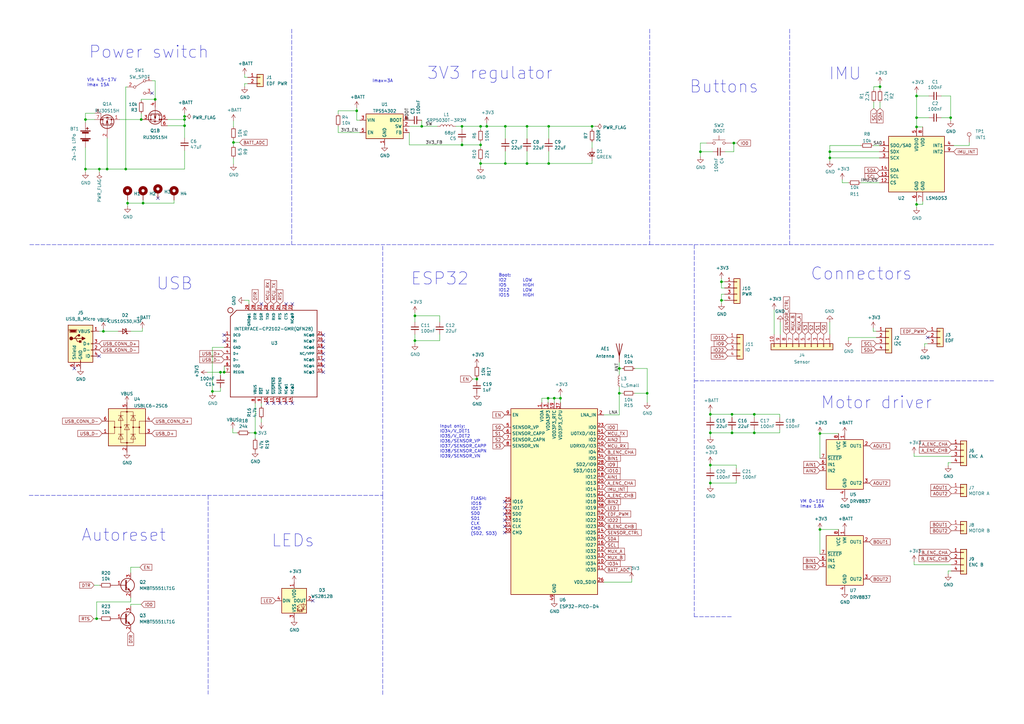
<source format=kicad_sch>
(kicad_sch (version 20211123) (generator eeschema)
  (paper "A3")
  (title_block (title "Kontroller") (date "2021-12-28") (rev "1"))
  (junction (at 199.644 51.816))
  (junction (at 340.36 62.23))
  (junction (at 375.92 48.26))
  (junction (at 254 161.29))
  (junction (at 291.338 169.926))
  (junction (at 63.627 40.767))
  (junction (at 375.92 52.07))
  (junction (at 170.18 139.7))
  (junction (at 90.424 152.654))
  (junction (at 207.264 51.816))
  (junction (at 389.89 48.26))
  (junction (at 291.338 198.12))
  (junction (at 43.942 69.342))
  (junction (at 225.044 67.056))
  (junction (at 254 151.13))
  (junction (at 300.228 169.926))
  (junction (at 57.912 49.022))
  (junction (at 375.92 39.37))
  (junction (at 91.948 152.654))
  (junction (at 340.36 64.77))
  (junction (at 360.934 35.56))
  (junction (at 35.052 49.022))
  (junction (at 207.264 67.056))
  (junction (at 40.767 69.342))
  (junction (at 309.372 169.926))
  (junction (at 224.79 163.322))
  (junction (at 58.674 83.312))
  (junction (at 287.274 62.23))
  (junction (at 197.104 59.436))
  (junction (at 75.692 51.562))
  (junction (at 39.624 253.746))
  (junction (at 291.338 177.546))
  (junction (at 172.974 51.816))
  (junction (at 291.338 190.754))
  (junction (at 216.154 51.816))
  (junction (at 42.418 135.89))
  (junction (at 52.324 83.312))
  (junction (at 336.296 217.17))
  (junction (at 104.648 177.546))
  (junction (at 216.154 67.056))
  (junction (at 195.58 155.448))
  (junction (at 75.692 47.752))
  (junction (at 170.18 129.54))
  (junction (at 300.99 58.674))
  (junction (at 225.044 51.816))
  (junction (at 265.43 161.29))
  (junction (at 375.92 83.82))
  (junction (at 75.692 49.022))
  (junction (at 242.824 51.816))
  (junction (at 146.304 45.466))
  (junction (at 336.296 177.8))
  (junction (at 189.484 51.816))
  (junction (at 295.91 115.57))
  (junction (at 189.484 59.436))
  (junction (at 51.562 69.342))
  (junction (at 295.91 123.19))
  (junction (at 35.052 69.342))
  (junction (at 227.33 163.322))
  (junction (at 197.104 51.816))
  (junction (at 300.228 177.546))
  (junction (at 95.758 58.42))
  (junction (at 309.372 177.546))
  (junction (at 229.87 163.322))
  (junction (at 87.122 160.528))
  (junction (at 197.104 67.056))
  (no_connect (at 117.348 124.714))
  (no_connect (at 107.188 124.714))
  (no_connect (at 119.888 124.714))
  (no_connect (at 112.268 165.354))
  (no_connect (at 91.948 139.954))
  (no_connect (at 91.948 137.414))
  (no_connect (at 128.27 246.38))
  (no_connect (at 62.357 38.227))
  (no_connect (at 64.77 81.28))
  (no_connect (at 109.728 165.354))
  (no_connect (at 380.492 138.43))
  (no_connect (at 114.808 165.354))
  (no_connect (at 30.48 151.13))
  (no_connect (at 207.01 205.74))
  (no_connect (at 207.01 208.28))
  (no_connect (at 207.01 213.36))
  (no_connect (at 207.01 210.82))
  (no_connect (at 207.01 215.9))
  (no_connect (at 207.01 218.44))
  (no_connect (at 40.64 146.05))
  (no_connect (at 117.348 165.354))
  (no_connect (at 119.888 165.354))
  (no_connect (at 132.588 142.494))
  (no_connect (at 132.588 150.114))
  (no_connect (at 132.588 145.034))
  (no_connect (at 132.588 139.954))
  (no_connect (at 132.588 147.574))
  (no_connect (at 132.588 137.414))
  (no_connect (at 132.588 152.654))
  (wire (pts (xy 359.41 138.43) (xy 347.98 138.43)))
  (wire (pts (xy 291.338 198.12) (xy 291.338 199.136)))
  (wire (pts (xy 375.92 83.82) (xy 375.92 85.09)))
  (wire (pts (xy 35.052 46.482) (xy 35.052 49.022)))
  (wire (pts (xy 287.274 62.23) (xy 292.354 62.23)))
  (wire (pts (xy 340.36 64.77) (xy 340.36 66.04)))
  (wire (pts (xy 336.296 177.8) (xy 343.916 177.8)))
  (wire (pts (xy 43.942 69.342) (xy 51.562 69.342)))
  (wire (pts (xy 360.934 41.91) (xy 360.934 44.45)))
  (wire (pts (xy 291.338 171.196) (xy 291.338 169.926)))
  (wire (pts (xy 295.91 123.19) (xy 295.91 124.46)))
  (polyline (pts (xy 12.192 100.33) (xy 119.634 100.33)))
  (wire (pts (xy 75.692 51.562) (xy 75.692 56.642)))
  (wire (pts (xy 358.14 59.69) (xy 360.68 59.69)))
  (wire (pts (xy 336.296 217.17) (xy 343.916 217.17)))
  (wire (pts (xy 378.46 83.82) (xy 378.46 82.55)))
  (wire (pts (xy 297.434 62.23) (xy 300.99 62.23)))
  (wire (pts (xy 195.58 155.448) (xy 195.58 156.21)))
  (wire (pts (xy 287.274 58.674) (xy 289.814 58.674)))
  (wire (pts (xy 242.824 51.816) (xy 244.094 51.816)))
  (polyline (pts (xy 266.446 11.938) (xy 266.446 100.33)))
  (wire (pts (xy 216.154 67.056) (xy 225.044 67.056)))
  (wire (pts (xy 375.92 48.26) (xy 381 48.26)))
  (wire (pts (xy 199.644 50.546) (xy 199.644 51.816)))
  (wire (pts (xy 95.758 58.42) (xy 95.758 59.69)))
  (wire (pts (xy 207.264 67.056) (xy 216.154 67.056)))
  (wire (pts (xy 297.18 120.65) (xy 295.91 120.65)))
  (wire (pts (xy 300.99 58.674) (xy 299.974 58.674)))
  (wire (pts (xy 358.14 135.89) (xy 359.41 135.89)))
  (wire (pts (xy 340.36 62.23) (xy 360.68 62.23)))
  (wire (pts (xy 379.222 142.24) (xy 379.222 140.97)))
  (wire (pts (xy 319.786 169.926) (xy 319.786 171.196)))
  (wire (pts (xy 300.228 171.196) (xy 300.228 169.926)))
  (wire (pts (xy 43.942 56.642) (xy 43.942 69.342)))
  (wire (pts (xy 291.338 190.754) (xy 302.006 190.754)))
  (wire (pts (xy 386.08 48.26) (xy 389.89 48.26)))
  (wire (pts (xy 265.43 151.13) (xy 265.43 161.29)))
  (wire (pts (xy 242.824 58.166) (xy 242.824 60.706)))
  (wire (pts (xy 71.374 83.312) (xy 71.374 82.042)))
  (wire (pts (xy 138.684 54.356) (xy 147.574 54.356)))
  (wire (pts (xy 260.35 161.29) (xy 265.43 161.29)))
  (wire (pts (xy 317.5 127) (xy 317.5 137.16)))
  (wire (pts (xy 189.484 51.816) (xy 197.104 51.816)))
  (wire (pts (xy 345.44 74.93) (xy 347.98 74.93)))
  (wire (pts (xy 291.338 189.992) (xy 291.338 190.754)))
  (wire (pts (xy 302.006 190.754) (xy 302.006 192.024)))
  (wire (pts (xy 295.91 123.19) (xy 297.18 123.19)))
  (wire (pts (xy 309.372 169.926) (xy 309.372 171.196)))
  (wire (pts (xy 51.562 35.687) (xy 52.197 35.687)))
  (wire (pts (xy 287.274 58.674) (xy 287.274 62.23)))
  (wire (pts (xy 375.92 83.82) (xy 378.46 83.82)))
  (wire (pts (xy 100.33 30.48) (xy 100.33 31.75)))
  (wire (pts (xy 167.894 59.436) (xy 167.894 54.356)))
  (wire (pts (xy 197.104 51.816) (xy 199.644 51.816)))
  (wire (pts (xy 300.228 177.546) (xy 291.338 177.546)))
  (wire (pts (xy 309.372 169.926) (xy 319.786 169.926)))
  (wire (pts (xy 291.338 177.546) (xy 291.338 179.07)))
  (wire (pts (xy 390.144 189.738) (xy 388.874 189.738)))
  (wire (pts (xy 197.104 67.056) (xy 197.104 68.326)))
  (wire (pts (xy 295.91 120.65) (xy 295.91 123.19)))
  (wire (pts (xy 391.16 59.69) (xy 397.51 59.69)))
  (wire (pts (xy 101.6 34.29) (xy 100.33 34.29)))
  (wire (pts (xy 345.44 73.66) (xy 345.44 74.93)))
  (wire (pts (xy 180.34 132.08) (xy 180.34 129.54)))
  (wire (pts (xy 193.802 155.448) (xy 195.58 155.448)))
  (polyline (pts (xy 119.634 100.33) (xy 266.446 100.33)))
  (wire (pts (xy 225.044 51.816) (xy 242.824 51.816)))
  (wire (pts (xy 197.104 65.786) (xy 197.104 67.056)))
  (wire (pts (xy 386.08 39.37) (xy 389.89 39.37)))
  (wire (pts (xy 320.04 132.08) (xy 320.04 137.16)))
  (wire (pts (xy 295.91 115.57) (xy 295.91 114.3)))
  (wire (pts (xy 170.18 139.7) (xy 180.34 139.7)))
  (wire (pts (xy 170.18 140.97) (xy 170.18 139.7)))
  (wire (pts (xy 35.052 49.022) (xy 38.862 49.022)))
  (wire (pts (xy 63.627 33.147) (xy 63.627 40.767)))
  (wire (pts (xy 260.35 151.13) (xy 265.43 151.13)))
  (wire (pts (xy 375.92 39.37) (xy 381 39.37)))
  (wire (pts (xy 75.692 46.482) (xy 75.692 47.752)))
  (wire (pts (xy 309.372 176.276) (xy 309.372 177.546)))
  (wire (pts (xy 225.044 67.056) (xy 242.824 67.056)))
  (wire (pts (xy 95.758 49.53) (xy 95.758 52.07)))
  (wire (pts (xy 53.594 248.666) (xy 53.594 247.904)))
  (wire (pts (xy 300.99 62.23) (xy 300.99 58.674)))
  (wire (pts (xy 95.758 58.42) (xy 98.298 58.42)))
  (wire (pts (xy 291.338 168.656) (xy 291.338 169.926)))
  (wire (pts (xy 287.274 62.23) (xy 287.274 64.262)))
  (wire (pts (xy 222.25 163.322) (xy 224.79 163.322)))
  (wire (pts (xy 57.912 41.402) (xy 57.912 40.767)))
  (wire (pts (xy 104.648 165.354) (xy 104.648 177.546)))
  (wire (pts (xy 375.92 39.37) (xy 375.92 48.26)))
  (wire (pts (xy 353.06 59.69) (xy 340.36 59.69)))
  (wire (pts (xy 254 148.59) (xy 254 151.13)))
  (wire (pts (xy 340.36 132.08) (xy 340.36 137.16)))
  (polyline (pts (xy 299.974 252.984) (xy 284.734 252.984)))
  (wire (pts (xy 87.122 142.494) (xy 87.122 160.528)))
  (wire (pts (xy 300.228 176.276) (xy 300.228 177.546)))
  (wire (pts (xy 39.624 246.888) (xy 39.624 253.746)))
  (wire (pts (xy 302.006 198.12) (xy 302.006 197.104)))
  (wire (pts (xy 38.608 240.03) (xy 40.894 240.03)))
  (wire (pts (xy 90.424 152.654) (xy 91.948 152.654)))
  (wire (pts (xy 107.188 165.354) (xy 107.188 166.624)))
  (wire (pts (xy 388.874 189.738) (xy 388.874 191.008)))
  (wire (pts (xy 138.684 46.736) (xy 138.684 45.466)))
  (wire (pts (xy 340.36 59.69) (xy 340.36 62.23)))
  (wire (pts (xy 247.65 170.18) (xy 254 170.18)))
  (wire (pts (xy 229.87 163.322) (xy 229.87 165.1)))
  (wire (pts (xy 38.862 46.482) (xy 35.052 46.482)))
  (polyline (pts (xy 119.634 11.938) (xy 119.634 100.33)))
  (wire (pts (xy 388.874 234.188) (xy 390.144 234.188)))
  (wire (pts (xy 75.692 49.022) (xy 75.692 51.562)))
  (wire (pts (xy 87.122 160.528) (xy 87.122 161.036)))
  (wire (pts (xy 57.912 40.767) (xy 63.627 40.767)))
  (wire (pts (xy 57.912 49.022) (xy 58.547 49.022)))
  (wire (pts (xy 358.14 134.62) (xy 358.14 135.89)))
  (wire (pts (xy 189.484 51.816) (xy 189.484 53.086)))
  (wire (pts (xy 197.104 59.436) (xy 197.104 60.706)))
  (wire (pts (xy 197.104 51.816) (xy 197.104 53.086)))
  (wire (pts (xy 259.08 238.76) (xy 259.08 237.49)))
  (wire (pts (xy 38.354 253.746) (xy 39.624 253.746)))
  (wire (pts (xy 254 161.29) (xy 254 158.75)))
  (wire (pts (xy 53.594 234.95) (xy 53.594 232.664)))
  (wire (pts (xy 95.758 64.77) (xy 95.758 67.31)))
  (wire (pts (xy 291.338 198.12) (xy 302.006 198.12)))
  (wire (pts (xy 75.692 47.752) (xy 75.692 49.022)))
  (wire (pts (xy 42.418 135.89) (xy 48.514 135.89)))
  (wire (pts (xy 207.264 67.056) (xy 207.264 61.976)))
  (wire (pts (xy 68.707 51.562) (xy 75.692 51.562)))
  (wire (pts (xy 40.767 69.342) (xy 40.767 70.612)))
  (wire (pts (xy 388.874 235.458) (xy 388.874 234.188)))
  (wire (pts (xy 91.948 150.114) (xy 91.948 152.654)))
  (wire (pts (xy 85.09 152.654) (xy 90.424 152.654)))
  (wire (pts (xy 102.362 177.546) (xy 104.648 177.546)))
  (wire (pts (xy 247.65 238.76) (xy 259.08 238.76)))
  (wire (pts (xy 138.684 45.466) (xy 146.304 45.466)))
  (wire (pts (xy 35.052 69.342) (xy 35.052 60.452)))
  (polyline (pts (xy 11.938 203.2) (xy 156.972 203.2)))
  (wire (pts (xy 189.484 58.166) (xy 189.484 59.436)))
  (wire (pts (xy 353.06 74.93) (xy 360.68 74.93)))
  (wire (pts (xy 199.644 51.816) (xy 207.264 51.816)))
  (polyline (pts (xy 284.734 252.984) (xy 284.734 100.33)))
  (wire (pts (xy 58.42 135.89) (xy 58.42 134.62)))
  (wire (pts (xy 374.904 187.198) (xy 390.144 187.198)))
  (wire (pts (xy 51.562 35.687) (xy 51.562 69.342)))
  (wire (pts (xy 242.824 53.086) (xy 242.824 51.816)))
  (wire (pts (xy 319.786 177.546) (xy 309.372 177.546)))
  (wire (pts (xy 197.104 58.166) (xy 197.104 59.436)))
  (wire (pts (xy 375.92 38.1) (xy 375.92 39.37)))
  (polyline (pts (xy 284.734 156.21) (xy 407.924 156.21)))
  (wire (pts (xy 52.324 84.582) (xy 52.324 83.312)))
  (wire (pts (xy 242.824 67.056) (xy 242.824 65.786)))
  (wire (pts (xy 170.18 129.54) (xy 170.18 132.08)))
  (wire (pts (xy 87.122 142.494) (xy 91.948 142.494)))
  (wire (pts (xy 254 151.13) (xy 255.27 151.13)))
  (wire (pts (xy 102.108 123.19) (xy 102.108 124.714)))
  (wire (pts (xy 51.562 69.342) (xy 75.692 69.342)))
  (wire (pts (xy 374.904 231.648) (xy 374.904 230.378)))
  (wire (pts (xy 53.594 246.888) (xy 39.624 246.888)))
  (wire (pts (xy 340.36 64.77) (xy 360.68 64.77)))
  (wire (pts (xy 224.79 163.322) (xy 224.79 165.1)))
  (polyline (pts (xy 156.972 203.2) (xy 156.972 100.33)))
  (wire (pts (xy 146.304 49.276) (xy 146.304 45.466)))
  (wire (pts (xy 390.144 231.648) (xy 374.904 231.648)))
  (wire (pts (xy 90.424 159.004) (xy 90.424 160.528)))
  (wire (pts (xy 291.338 169.926) (xy 300.228 169.926)))
  (wire (pts (xy 225.044 61.976) (xy 225.044 67.056)))
  (polyline (pts (xy 156.972 203.2) (xy 156.972 284.988)))
  (wire (pts (xy 90.424 160.528) (xy 87.122 160.528)))
  (wire (pts (xy 254 170.18) (xy 254 161.29)))
  (wire (pts (xy 222.25 163.322) (xy 222.25 165.1)))
  (wire (pts (xy 291.338 177.546) (xy 291.338 176.276)))
  (wire (pts (xy 35.052 69.342) (xy 35.052 70.612)))
  (wire (pts (xy 295.91 115.57) (xy 297.18 115.57)))
  (wire (pts (xy 49.022 49.022) (xy 57.912 49.022)))
  (wire (pts (xy 336.296 177.8) (xy 336.296 187.96)))
  (wire (pts (xy 336.296 217.17) (xy 336.296 227.33)))
  (wire (pts (xy 300.228 169.926) (xy 309.372 169.926)))
  (wire (pts (xy 53.594 232.664) (xy 57.404 232.664)))
  (wire (pts (xy 347.98 138.43) (xy 347.98 139.7)))
  (wire (pts (xy 295.91 118.11) (xy 295.91 115.57)))
  (wire (pts (xy 167.894 51.816) (xy 172.974 51.816)))
  (wire (pts (xy 265.43 161.29) (xy 265.43 165.1)))
  (wire (pts (xy 224.79 163.322) (xy 227.33 163.322)))
  (wire (pts (xy 172.974 49.276) (xy 172.974 51.816)))
  (wire (pts (xy 358.394 36.83) (xy 358.394 35.56)))
  (wire (pts (xy 379.222 140.97) (xy 380.492 140.97)))
  (wire (pts (xy 180.34 137.16) (xy 180.34 139.7)))
  (wire (pts (xy 95.758 57.15) (xy 95.758 58.42)))
  (wire (pts (xy 189.484 59.436) (xy 197.104 59.436)))
  (wire (pts (xy 375.92 52.07) (xy 378.46 52.07)))
  (wire (pts (xy 138.684 51.816) (xy 138.684 54.356)))
  (wire (pts (xy 52.324 83.312) (xy 58.674 83.312)))
  (wire (pts (xy 309.372 177.546) (xy 300.228 177.546)))
  (wire (pts (xy 360.934 35.56) (xy 360.934 36.83)))
  (wire (pts (xy 297.18 118.11) (xy 295.91 118.11)))
  (wire (pts (xy 170.18 129.54) (xy 170.18 128.27)))
  (wire (pts (xy 216.154 51.816) (xy 216.154 56.896)))
  (wire (pts (xy 374.904 185.928) (xy 374.904 187.198)))
  (wire (pts (xy 216.154 51.816) (xy 225.044 51.816)))
  (wire (pts (xy 97.282 177.546) (xy 95.504 177.546)))
  (wire (pts (xy 254 161.29) (xy 255.27 161.29)))
  (wire (pts (xy 389.89 39.37) (xy 389.89 48.26)))
  (wire (pts (xy 40.64 135.89) (xy 42.418 135.89)))
  (wire (pts (xy 170.18 139.7) (xy 170.18 137.16)))
  (wire (pts (xy 291.338 197.104) (xy 291.338 198.12)))
  (wire (pts (xy 319.786 176.276) (xy 319.786 177.546)))
  (wire (pts (xy 40.767 69.342) (xy 35.052 69.342)))
  (wire (pts (xy 40.767 69.342) (xy 43.942 69.342)))
  (wire (pts (xy 100.33 31.75) (xy 101.6 31.75)))
  (wire (pts (xy 207.264 51.816) (xy 207.264 56.896)))
  (wire (pts (xy 375.92 82.55) (xy 375.92 83.82)))
  (polyline (pts (xy 323.85 11.938) (xy 323.85 100.33)))
  (wire (pts (xy 57.912 46.482) (xy 57.912 49.022)))
  (wire (pts (xy 62.357 33.147) (xy 63.627 33.147)))
  (wire (pts (xy 227.33 163.322) (xy 227.33 165.1)))
  (wire (pts (xy 58.674 83.312) (xy 71.374 83.312)))
  (wire (pts (xy 360.934 34.29) (xy 360.934 35.56)))
  (wire (pts (xy 358.394 35.56) (xy 360.934 35.56)))
  (wire (pts (xy 147.574 49.276) (xy 146.304 49.276)))
  (wire (pts (xy 100.33 34.29) (xy 100.33 35.56)))
  (wire (pts (xy 52.324 83.312) (xy 52.324 82.042)))
  (wire (pts (xy 340.36 62.23) (xy 340.36 64.77)))
  (wire (pts (xy 186.944 51.816) (xy 189.484 51.816)))
  (wire (pts (xy 104.648 177.546) (xy 104.648 179.832)))
  (wire (pts (xy 53.594 245.11) (xy 53.594 246.888)))
  (wire (pts (xy 229.87 162.052) (xy 229.87 163.322)))
  (wire (pts (xy 107.188 171.704) (xy 107.188 173.228)))
  (wire (pts (xy 216.154 51.816) (xy 207.264 51.816)))
  (wire (pts (xy 167.894 59.436) (xy 189.484 59.436)))
  (wire (pts (xy 216.154 61.976) (xy 216.154 67.056)))
  (wire (pts (xy 254 151.13) (xy 254 153.67)))
  (wire (pts (xy 172.974 51.816) (xy 179.324 51.816)))
  (wire (pts (xy 197.104 67.056) (xy 207.264 67.056)))
  (wire (pts (xy 63.627 40.767) (xy 63.627 41.402)))
  (wire (pts (xy 53.594 247.904) (xy 57.912 247.904)))
  (wire (pts (xy 39.624 253.746) (xy 40.894 253.746)))
  (wire (pts (xy 90.424 152.654) (xy 90.424 153.924)))
  (wire (pts (xy 300.99 58.674) (xy 302.26 58.674)))
  (wire (pts (xy 58.674 82.042) (xy 58.674 83.312)))
  (wire (pts (xy 358.394 41.91) (xy 358.394 44.45)))
  (wire (pts (xy 53.594 135.89) (xy 58.42 135.89)))
  (wire (pts (xy 68.707 49.022) (xy 75.692 49.022)))
  (wire (pts (xy 227.33 163.322) (xy 229.87 163.322)))
  (wire (pts (xy 35.052 50.292) (xy 35.052 49.022)))
  (wire (pts (xy 225.044 51.816) (xy 225.044 56.896)))
  (wire (pts (xy 180.34 129.54) (xy 170.18 129.54)))
  (polyline (pts (xy 266.446 100.33) (xy 407.924 100.33)))
  (wire (pts (xy 375.92 48.26) (xy 375.92 52.07)))
  (wire (pts (xy 195.58 154.94) (xy 195.58 155.448)))
  (wire (pts (xy 397.51 59.69) (xy 397.51 58.42)))
  (wire (pts (xy 291.338 190.754) (xy 291.338 192.024)))
  (wire (pts (xy 146.304 45.466) (xy 146.304 44.196)))
  (wire (pts (xy 389.89 48.26) (xy 389.89 49.53)))
  (wire (pts (xy 95.504 175.768) (xy 95.504 177.546)))
  (polyline (pts (xy 85.344 203.2) (xy 85.344 284.734)))
  (wire (pts (xy 42.418 135.89) (xy 42.418 134.874)))
  (wire (pts (xy 100.33 123.19) (xy 102.108 123.19)))
  (wire (pts (xy 75.692 61.722) (xy 75.692 69.342)))
  (text "Motor driver" (at 336.55 168.148 0) (effects (font (size 5 5)) (justify left bottom)))
  (text "VM 0-11V\nImax 1.8A" (at 328.168 208.534 0) (effects (font (size 1.27 1.27)) (justify left bottom)))
  (text "Input only:\nIO34/V_DET1\nIO35/V_DET2\nIO36/SENSOR_VP\nIO37/SENSOR_CAPP\nIO38/SENSOR_CAPN\nIO39/SENSOR_VN" (at 180.34 187.96 0) (effects (font (size 1.27 1.27)) (justify left bottom)))
  (text "3V3 regulator" (at 175.006 33.02 0) (effects (font (size 5 5)) (justify left bottom)))
  (text "Autoreset" (at 33.274 222.504 0) (effects (font (size 5 5)) (justify left bottom)))
  (text "Vin 4.5-17V\nImax 15A" (at 35.687 35.687 0) (effects (font (size 1.27 1.27)) (justify left bottom)))
  (text "IMU" (at 339.852 33.274 0) (effects (font (size 5 5)) (justify left bottom)))
  (text "ESP32" (at 168.402 117.348 0) (effects (font (size 5 5)) (justify left bottom)))
  (text "Power switch" (at 36.322 24.384 0) (effects (font (size 5 5)) (justify left bottom)))
  (text "FLASH:\nIO16\nIO17\nSD0\nSD1\nCLK\nCMD\n(SD2, SD3)" (at 193.04 219.71 0) (effects (font (size 1.27 1.27)) (justify left bottom)))
  (text "LEDs" (at 111.252 224.79 0) (effects (font (size 5 5)) (justify left bottom)))
  (text "Buttons" (at 282.702 38.608 0) (effects (font (size 5 5)) (justify left bottom)))
  (text "USB" (at 64.008 119.38 0) (effects (font (size 5 5)) (justify left bottom)))
  (text "Boot:\nIO2		LOW\nIO5		HIGH\nIO12	LOW\nIO15	HIGH" (at 204.47 121.92 0) (effects (font (size 1.27 1.27)) (justify left bottom)))
  (text "Imax=3A" (at 152.654 34.036 0) (effects (font (size 1.27 1.27)) (justify left bottom)))
  (text "Connectors" (at 332.359 115.316 0) (effects (font (size 5 5)) (justify left bottom)))
  (label "BOOT" (at 167.894 49.276 90))
  (label "ANT" (at 254 152.4 90))
  (label "3V3_EN" (at 139.7 54.356 0))
  (label "SA0" (at 358.14 59.69 0))
  (label "IMU_CS" (at 353.06 74.93 0))
  (label "3V3_FB" (at 174.498 59.436 0))
  (label "LNA" (at 249.682 170.18 0))
  (label "SW" (at 174.498 51.816 0))
  (global_label "AOUT2" (shape input) (at 356.616 198.12 0) (property "Intersheet References" "${INTERSHEET_REFS}" (effects hide)))
  (global_label "A_ENC_CHA" (shape input) (at 247.65 198.12 0) (property "Intersheet References" "${INTERSHEET_REFS}" (effects hide)))
  (global_label "EDF_PWM" (shape input) (at 380.492 135.89 180) (property "Intersheet References" "${INTERSHEET_REFS}" (effects hide)))
  (global_label "DTR" (shape input) (at 53.594 258.826 270) (property "Intersheet References" "${INTERSHEET_REFS}" (effects hide)))
  (global_label "A_ENC_CHB" (shape input) (at 390.144 184.658 180) (property "Intersheet References" "${INTERSHEET_REFS}" (effects hide)))
  (global_label "AIN1" (shape input) (at 336.296 190.5 180) (property "Intersheet References" "${INTERSHEET_REFS}" (effects hide)))
  (global_label "BATT_ADC" (shape input) (at 247.65 233.68 0) (property "Intersheet References" "${INTERSHEET_REFS}" (effects hide)))
  (global_label "MUX_B" (shape input) (at 247.65 228.6 0) (property "Intersheet References" "${INTERSHEET_REFS}" (effects hide)))
  (global_label "S1" (shape input) (at 335.28 137.16 90) (property "Intersheet References" "${INTERSHEET_REFS}" (effects hide)))
  (global_label "SCL" (shape input) (at 247.65 223.52 0) (property "Intersheet References" "${INTERSHEET_REFS}" (effects hide)))
  (global_label "S2" (shape input) (at 332.74 137.16 90) (property "Intersheet References" "${INTERSHEET_REFS}" (effects hide)))
  (global_label "DTR" (shape input) (at 38.608 240.03 180) (property "Intersheet References" "${INTERSHEET_REFS}" (effects hide)))
  (global_label "BIN2" (shape input) (at 247.65 205.74 0) (property "Intersheet References" "${INTERSHEET_REFS}" (effects hide)))
  (global_label "IO10" (shape input) (at 247.65 193.04 0) (property "Intersheet References" "${INTERSHEET_REFS}" (effects hide)))
  (global_label "S0" (shape input) (at 337.82 137.16 90) (property "Intersheet References" "${INTERSHEET_REFS}" (effects hide)))
  (global_label "MUX_A" (shape input) (at 327.66 137.16 90) (property "Intersheet References" "${INTERSHEET_REFS}" (effects hide)))
  (global_label "RTS" (shape input) (at 38.354 253.746 180) (property "Intersheet References" "${INTERSHEET_REFS}" (effects hide)))
  (global_label "B_ENC_CHB" (shape input) (at 390.144 229.108 180) (property "Intersheet References" "${INTERSHEET_REFS}" (effects hide)))
  (global_label "S0" (shape input) (at 207.01 175.26 180) (property "Intersheet References" "${INTERSHEET_REFS}" (effects hide)))
  (global_label "MCU_RX" (shape input) (at 247.65 182.88 0) (property "Intersheet References" "${INTERSHEET_REFS}" (effects hide)))
  (global_label "EN" (shape input) (at 207.01 170.18 180) (property "Intersheet References" "${INTERSHEET_REFS}" (effects hide)))
  (global_label "IO0" (shape input) (at 57.912 247.904 0) (property "Intersheet References" "${INTERSHEET_REFS}" (effects hide)))
  (global_label "B_ENC_CHA" (shape input) (at 390.144 226.568 180) (property "Intersheet References" "${INTERSHEET_REFS}" (effects hide)))
  (global_label "IO10" (shape input) (at 298.45 138.43 180) (property "Intersheet References" "${INTERSHEET_REFS}" (effects hide)))
  (global_label "A_ENC_CHB" (shape input) (at 247.65 203.2 0) (property "Intersheet References" "${INTERSHEET_REFS}" (effects hide)))
  (global_label "USB_CONN_D-" (shape input) (at 40.64 143.51 0) (property "Intersheet References" "${INTERSHEET_REFS}" (effects hide)))
  (global_label "SENSOR_CTRL" (shape input) (at 247.65 218.44 0) (property "Intersheet References" "${INTERSHEET_REFS}" (effects hide)))
  (global_label "AOUT1" (shape input) (at 390.144 199.898 180) (property "Intersheet References" "${INTERSHEET_REFS}" (effects hide)))
  (global_label "IO22" (shape input) (at 298.45 143.51 180) (property "Intersheet References" "${INTERSHEET_REFS}" (effects hide)))
  (global_label "S3" (shape input) (at 207.01 182.88 180) (property "Intersheet References" "${INTERSHEET_REFS}" (effects hide)))
  (global_label "EDF_PWM" (shape input) (at 247.65 210.82 0) (property "Intersheet References" "${INTERSHEET_REFS}" (effects hide)))
  (global_label "MUX_B" (shape input) (at 325.12 137.16 90) (property "Intersheet References" "${INTERSHEET_REFS}" (effects hide)))
  (global_label "USB_CONN_D+" (shape input) (at 40.64 140.97 0) (property "Intersheet References" "${INTERSHEET_REFS}" (effects hide)))
  (global_label "DTR" (shape input) (at 104.648 124.714 90) (property "Intersheet References" "${INTERSHEET_REFS}" (effects hide)))
  (global_label "B_ENC_CHA" (shape input) (at 247.65 185.42 0) (property "Intersheet References" "${INTERSHEET_REFS}" (effects hide)))
  (global_label "IMU_INT" (shape input) (at 247.65 200.66 0) (property "Intersheet References" "${INTERSHEET_REFS}" (effects hide)))
  (global_label "BOUT1" (shape input) (at 390.144 215.138 180) (property "Intersheet References" "${INTERSHEET_REFS}" (effects hide)))
  (global_label "LED" (shape input) (at 247.65 208.28 0) (property "Intersheet References" "${INTERSHEET_REFS}" (effects hide)))
  (global_label "MUX_A" (shape input) (at 247.65 226.06 0) (property "Intersheet References" "${INTERSHEET_REFS}" (effects hide)))
  (global_label "IO22" (shape input) (at 247.65 213.36 0) (property "Intersheet References" "${INTERSHEET_REFS}" (effects hide)))
  (global_label "MCU_TX" (shape input) (at 247.65 177.8 0) (property "Intersheet References" "${INTERSHEET_REFS}" (effects hide)))
  (global_label "B_ENC_CHB" (shape input) (at 247.65 215.9 0) (property "Intersheet References" "${INTERSHEET_REFS}" (effects hide)))
  (global_label "USB_D-" (shape input) (at 41.91 177.8 180) (property "Intersheet References" "${INTERSHEET_REFS}" (effects hide)))
  (global_label "EN" (shape input) (at 57.404 232.664 0) (property "Intersheet References" "${INTERSHEET_REFS}" (effects hide)))
  (global_label "S3" (shape input) (at 330.2 137.16 90) (property "Intersheet References" "${INTERSHEET_REFS}" (effects hide)))
  (global_label "SENSOR_CTRL" (shape input) (at 322.58 137.16 90) (property "Intersheet References" "${INTERSHEET_REFS}" (effects hide)))
  (global_label "BIN1" (shape input) (at 247.65 187.96 0) (property "Intersheet References" "${INTERSHEET_REFS}" (effects hide)))
  (global_label "AOUT2" (shape input) (at 390.144 202.438 180) (property "Intersheet References" "${INTERSHEET_REFS}" (effects hide)))
  (global_label "SCL" (shape input) (at 360.68 72.39 180) (property "Intersheet References" "${INTERSHEET_REFS}" (effects hide)))
  (global_label "BOUT2" (shape input) (at 390.144 217.678 180) (property "Intersheet References" "${INTERSHEET_REFS}" (effects hide)))
  (global_label "SCL" (shape input) (at 359.41 140.97 180) (property "Intersheet References" "${INTERSHEET_REFS}" (effects hide)))
  (global_label "USB_D+" (shape input) (at 62.23 177.8 0) (property "Intersheet References" "${INTERSHEET_REFS}" (effects hide)))
  (global_label "USB_D-" (shape input) (at 91.948 147.574 180) (property "Intersheet References" "${INTERSHEET_REFS}" (effects hide)))
  (global_label "USB_CONN_D+" (shape input) (at 62.23 172.72 0) (property "Intersheet References" "${INTERSHEET_REFS}" (effects hide)))
  (global_label "IO0" (shape input) (at 247.65 175.26 0) (property "Intersheet References" "${INTERSHEET_REFS}" (effects hide)))
  (global_label "IO9" (shape input) (at 247.65 190.5 0) (property "Intersheet References" "${INTERSHEET_REFS}" (effects hide)))
  (global_label "USB_D+" (shape input) (at 91.948 145.034 180) (property "Intersheet References" "${INTERSHEET_REFS}" (effects hide)))
  (global_label "BIN2" (shape input) (at 336.296 232.41 180) (property "Intersheet References" "${INTERSHEET_REFS}" (effects hide)))
  (global_label "S1" (shape input) (at 207.01 177.8 180) (property "Intersheet References" "${INTERSHEET_REFS}" (effects hide)))
  (global_label "IO34" (shape input) (at 247.65 231.14 0) (property "Intersheet References" "${INTERSHEET_REFS}" (effects hide)))
  (global_label "SDA" (shape input) (at 247.65 220.98 0) (property "Intersheet References" "${INTERSHEET_REFS}" (effects hide)))
  (global_label "SDA" (shape input) (at 360.68 69.85 180) (property "Intersheet References" "${INTERSHEET_REFS}" (effects hide)))
  (global_label "EN" (shape input) (at 193.802 155.448 180) (property "Intersheet References" "${INTERSHEET_REFS}" (effects hide)))
  (global_label "SDA" (shape input) (at 360.934 44.45 270) (property "Intersheet References" "${INTERSHEET_REFS}" (effects hide)))
  (global_label "IMU_INT" (shape input) (at 391.16 62.23 0) (property "Intersheet References" "${INTERSHEET_REFS}" (effects hide)))
  (global_label "BOUT2" (shape input) (at 356.616 237.49 0) (property "Intersheet References" "${INTERSHEET_REFS}" (effects hide)))
  (global_label "S2" (shape input) (at 207.01 180.34 180) (property "Intersheet References" "${INTERSHEET_REFS}" (effects hide)))
  (global_label "IO0" (shape input) (at 302.26 58.674 0) (property "Intersheet References" "${INTERSHEET_REFS}" (effects hide)))
  (global_label "LED" (shape input) (at 113.03 246.38 180) (property "Intersheet References" "${INTERSHEET_REFS}" (effects hide)))
  (global_label "IO9" (shape input) (at 298.45 140.97 180) (property "Intersheet References" "${INTERSHEET_REFS}" (effects hide)))
  (global_label "BOUT1" (shape input) (at 356.616 222.25 0) (property "Intersheet References" "${INTERSHEET_REFS}" (effects hide)))
  (global_label "AIN2" (shape input) (at 336.296 193.04 180) (property "Intersheet References" "${INTERSHEET_REFS}" (effects hide)))
  (global_label "MCU_RX" (shape input) (at 109.728 124.714 90) (property "Intersheet References" "${INTERSHEET_REFS}" (effects hide)))
  (global_label "SDA" (shape input) (at 359.41 143.51 180) (property "Intersheet References" "${INTERSHEET_REFS}" (effects hide)))
  (global_label "RTS" (shape input) (at 114.808 124.714 90) (property "Intersheet References" "${INTERSHEET_REFS}" (effects hide)))
  (global_label "USB_CONN_D-" (shape input) (at 41.91 172.72 180) (property "Intersheet References" "${INTERSHEET_REFS}" (effects hide)))
  (global_label "SCL" (shape input) (at 358.394 44.45 270) (property "Intersheet References" "${INTERSHEET_REFS}" (effects hide)))
  (global_label "AOUT1" (shape input) (at 356.616 182.88 0) (property "Intersheet References" "${INTERSHEET_REFS}" (effects hide)))
  (global_label "A_ENC_CHA" (shape input) (at 390.144 182.118 180) (property "Intersheet References" "${INTERSHEET_REFS}" (effects hide)))
  (global_label "MCU_TX" (shape input) (at 112.268 124.714 90) (property "Intersheet References" "${INTERSHEET_REFS}" (effects hide)))
  (global_label "BIN1" (shape input) (at 336.296 229.87 180) (property "Intersheet References" "${INTERSHEET_REFS}" (effects hide)))
  (global_label "IO34" (shape input) (at 298.45 146.05 180) (property "Intersheet References" "${INTERSHEET_REFS}" (effects hide)))
  (global_label "AIN2" (shape input) (at 247.65 180.34 0) (property "Intersheet References" "${INTERSHEET_REFS}" (effects hide)))
  (global_label "BATT_ADC" (shape input) (at 98.298 58.42 0) (property "Intersheet References" "${INTERSHEET_REFS}" (effects hide)))
  (global_label "AIN1" (shape input) (at 247.65 195.58 0) (property "Intersheet References" "${INTERSHEET_REFS}" (effects hide)))
  (symbol (lib_id "Device:C_Small") (at 170.18 134.62 0) (unit 1)
    (property "Reference" "C11" (at 172.5168 133.4516 0) (effects (justify left)))
    (property "Value" "100nF" (at 172.5168 135.763 0) (effects (justify left)))
    (property "Footprint" "Capacitor_SMD:C_0402_1005Metric" (effects hide))
  )
  (symbol (lib_id "power:+3.3V") (at 170.18 128.27 0) (unit 1)
    (property "Reference" "#PWR025" (effects hide))
    (property "Value" "+3.3V" (at 170.561 123.8758 0))
  )
  (symbol (lib_id "power:GND") (at 170.18 140.97 0) (unit 1)
    (property "Reference" "#PWR032" (effects hide))
    (property "Value" "GND" (at 170.307 145.3642 0))
  )
  (symbol (lib_id "Switch:SW_Push") (at 294.894 58.674 0) (unit 1)
    (property "Reference" "SW2" (at 294.894 51.435 0))
    (property "Value" "BOOT" (at 294.894 53.7464 0))
    (property "Footprint" "Button_Switch_SMD:SW_SPST_FSMSM" (effects hide))
  )
  (symbol (lib_id "Device:R_Small") (at 95.758 54.61 180) (unit 1)
    (property "Reference" "R5" (at 100.7364 54.61 90))
    (property "Value" "10k" (at 98.425 54.61 90))
    (property "Footprint" "Resistor_SMD:R_0402_1005Metric" (effects hide))
  )
  (symbol (lib_id "Device:R_Small") (at 95.758 62.23 180) (unit 1)
    (property "Reference" "R9" (at 100.7364 62.23 90))
    (property "Value" "6.5" (at 98.425 62.23 90))
    (property "Footprint" "Resistor_SMD:R_0603_1608Metric" (effects hide))
  )
  (symbol (lib_id "power:GND") (at 95.758 67.31 0) (unit 1)
    (property "Reference" "#PWR013" (effects hide))
    (property "Value" "GND" (at 95.885 71.7042 0))
  )
  (symbol (lib_id "power:+BATT") (at 95.758 49.53 0) (unit 1)
    (property "Reference" "#PWR07" (effects hide))
    (property "Value" "+BATT" (at 96.139 45.1358 0))
  )
  (symbol (lib_id "Device:C_Small") (at 180.34 134.62 0) (unit 1)
    (property "Reference" "C12" (at 182.6768 133.4516 0) (effects (justify left)))
    (property "Value" "22uF" (at 182.6768 135.763 0) (effects (justify left)))
    (property "Footprint" "Capacitor_SMD:C_1206_3216Metric" (effects hide))
  )
  (symbol (lib_id "Mechanical:MountingHole_Pad") (at 52.324 79.502 0) (unit 1)
    (property "Reference" "H1" (at 54.864 79.4258 0) (effects (justify left)))
    (property "Value" "MountingHole_Pad" (effects hide))
    (property "Footprint" "MountingHole:MountingHole_2.2mm_M2_Pad_Via" (effects hide))
  )
  (symbol (lib_id "Mechanical:MountingHole_Pad") (at 58.674 79.502 0) (unit 1)
    (property "Reference" "H2" (at 61.214 79.4258 0) (effects (justify left)))
    (property "Value" "MountingHole_Pad" (effects hide))
    (property "Footprint" "MountingHole:MountingHole_2.2mm_M2_Pad_Via" (effects hide))
  )
  (symbol (lib_id "Mechanical:MountingHole_Pad") (at 64.77 78.74 0) (unit 1)
    (property "Reference" "H3" (at 67.31 78.6638 0) (effects (justify left)))
    (property "Value" "MountingHole_Pad" (effects hide))
    (property "Footprint" "MountingHole:MountingHole_2.2mm_M2_Pad_Via" (effects hide))
  )
  (symbol (lib_id "Mechanical:MountingHole_Pad") (at 71.374 79.502 0) (unit 1)
    (property "Reference" "H4" (at 73.914 79.4258 0) (effects (justify left)))
    (property "Value" "MountingHole_Pad" (effects hide))
    (property "Footprint" "MountingHole:MountingHole_2.2mm_M2_Pad_Via" (effects hide))
  )
  (symbol (lib_id "power:GND") (at 52.324 84.582 0) (unit 1)
    (property "Reference" "#PWR018" (effects hide))
    (property "Value" "GND" (at 52.451 88.9762 0))
  )
  (symbol (lib_id "power:GND") (at 375.92 85.09 0) (unit 1)
    (property "Reference" "#PWR019" (effects hide))
    (property "Value" "GND" (at 376.047 89.4842 0))
  )
  (symbol (lib_id "power:GND") (at 389.89 49.53 0) (unit 1)
    (property "Reference" "#PWR08" (effects hide))
    (property "Value" "GND" (at 390.017 53.9242 0))
  )
  (symbol (lib_id "Device:L_Small") (at 254 156.21 180) (unit 1)
    (property "Reference" "L3" (at 254.635 155.3015 0) (effects (justify right)))
    (property "Value" "L_Small" (at 254.635 158.0766 0) (effects (justify right)))
    (property "Footprint" "Inductor_SMD:L_0402_1005Metric" (effects hide))
  )
  (symbol (lib_id "Device:R_Small") (at 197.104 55.626 180) (unit 1)
    (property "Reference" "R6" (at 194.564 55.626 90))
    (property "Value" "100k" (at 199.771 55.626 90))
    (property "Footprint" "Resistor_SMD:R_0603_1608Metric" (effects hide))
  )
  (symbol (lib_id "Device:R_Small") (at 99.822 177.546 270) (unit 1)
    (property "Reference" "R18" (at 99.822 172.5676 90))
    (property "Value" "24k" (at 99.822 174.879 90))
    (property "Footprint" "Resistor_SMD:R_0603_1608Metric" (effects hide))
  )
  (symbol (lib_id "power:+3.3V") (at 345.44 73.66 0) (unit 1)
    (property "Reference" "#PWR017" (effects hide))
    (property "Value" "+3.3V" (at 345.821 69.2658 0))
  )
  (symbol (lib_id "power:GND") (at 265.43 165.1 0) (unit 1)
    (property "Reference" "#PWR038" (effects hide))
    (property "Value" "GND" (at 265.557 169.4942 0))
  )
  (symbol (lib_id "Connector_Generic:Conn_01x04") (at 395.224 229.108 0) (unit 1)
    (property "Reference" "J9" (at 397.256 229.3112 0) (effects (justify left)))
    (property "Value" "ENC B" (at 397.256 231.6226 0) (effects (justify left)))
    (property "Footprint" "Connector_PinHeader_2.00mm:PinHeader_1x04_P2.00mm_Vertical" (effects hide))
  )
  (symbol (lib_id "Device:R_Small") (at 358.394 39.37 0) (unit 1)
    (property "Reference" "R1" (at 353.4156 39.37 90))
    (property "Value" "2.2k" (at 355.727 39.37 90))
    (property "Footprint" "Resistor_SMD:R_0603_1608Metric" (effects hide))
  )
  (symbol (lib_id "Connector_Generic:Conn_01x04") (at 364.49 138.43 0) (unit 1)
    (property "Reference" "J2" (at 366.522 138.6332 0) (effects (justify left)))
    (property "Value" "I2C" (at 366.522 140.9446 0) (effects (justify left)))
    (property "Footprint" "Connector_PinHeader_2.00mm:PinHeader_1x04_P2.00mm_Vertical" (effects hide))
  )
  (symbol (lib_id "Device:C_Small") (at 170.434 49.276 90) (unit 1)
    (property "Reference" "C3" (at 169.2656 46.9392 0) (effects (justify left)))
    (property "Value" "100nF" (at 171.577 46.9392 0) (effects (justify left)))
    (property "Footprint" "Capacitor_SMD:C_0402_1005Metric" (effects hide))
  )
  (symbol (lib_id "power:GND") (at 347.98 139.7 0) (unit 1)
    (property "Reference" "#PWR030" (effects hide))
    (property "Value" "GND" (at 348.107 144.0942 0))
  )
  (symbol (lib_id "Device:R_Small") (at 104.648 182.372 180) (unit 1)
    (property "Reference" "R19" (at 109.6264 182.372 90))
    (property "Value" "47k" (at 107.315 182.372 90))
    (property "Footprint" "Resistor_SMD:R_0603_1608Metric" (effects hide))
  )
  (symbol (lib_id "power:+3.3V") (at 291.338 189.992 0) (unit 1)
    (property "Reference" "#PWR050" (effects hide))
    (property "Value" "+3.3V" (at 291.719 185.5978 0))
  )
  (symbol (lib_id "power:GND") (at 346.456 242.57 0) (unit 1)
    (property "Reference" "#PWR060" (effects hide))
    (property "Value" "GND" (at 346.583 246.9642 0))
  )
  (symbol (lib_id "power:+BATT") (at 100.33 30.48 0) (unit 1)
    (property "Reference" "#PWR01" (effects hide))
    (property "Value" "+BATT" (at 100.711 26.0858 0))
  )
  (symbol (lib_id "Connector_Generic:Conn_01x04") (at 302.26 118.11 0) (unit 1)
    (property "Reference" "J10" (at 304.292 118.3132 0) (effects (justify left)))
    (property "Value" "PWR" (at 304.292 120.6246 0) (effects (justify left)))
    (property "Footprint" "Connector_PinHeader_2.00mm:PinHeader_1x04_P2.00mm_Vertical" (effects hide))
  )
  (symbol (lib_id "Device:R_Small") (at 43.434 253.746 270) (unit 1)
    (property "Reference" "R23" (at 43.434 248.7676 90))
    (property "Value" "10k" (at 43.434 251.079 90))
    (property "Footprint" "Resistor_SMD:R_0402_1005Metric" (effects hide))
  )
  (symbol (lib_id "Device:C_Small") (at 207.264 59.436 180) (unit 1)
    (property "Reference" "C7" (at 209.6008 58.2676 0) (effects (justify right)))
    (property "Value" "22uF" (at 209.6008 60.579 0) (effects (justify right)))
    (property "Footprint" "Capacitor_SMD:C_1206_3216Metric" (effects hide))
  )
  (symbol (lib_id "RF_Module:ESP32-PICO-D4") (at 227.33 205.74 0) (unit 1)
    (property "Reference" "U6" (at 229.3494 245.9895 0) (effects (justify left)))
    (property "Value" "ESP32-PICO-D4" (at 229.3494 248.7646 0) (effects (justify left)))
    (property "Footprint" "Package_DFN_QFN:QFN-48-1EP_7x7mm_P0.5mm_EP5.3x5.3mm" (effects hide))
    (property "Datasheet" "https://www.espressif.com/sites/default/files/documentation/esp32-pico-d4_datasheet_en.pdf" (effects hide))
  )
  (symbol (lib_id "power:+BATT") (at 291.338 168.656 0) (unit 1)
    (property "Reference" "#PWR040" (effects hide))
    (property "Value" "+BATT" (at 291.719 164.2618 0))
  )
  (symbol (lib_id "Device:C_Small") (at 291.338 194.564 0) (unit 1)
    (property "Reference" "C20" (at 293.6748 193.3956 0) (effects (justify left)))
    (property "Value" "100nF" (at 293.6748 195.707 0) (effects (justify left)))
    (property "Footprint" "Capacitor_SMD:C_0402_1005Metric" (effects hide))
  )
  (symbol (lib_id "power:GND") (at 197.104 68.326 0) (unit 1)
    (property "Reference" "#PWR014" (effects hide))
    (property "Value" "GND" (at 197.231 72.7202 0))
  )
  (symbol (lib_id "Device:C_Small") (at 302.006 194.564 0) (unit 1)
    (property "Reference" "C21" (at 304.3428 193.3956 0) (effects (justify left)))
    (property "Value" "100nF" (at 304.3428 195.707 0) (effects (justify left)))
    (property "Footprint" "Capacitor_SMD:C_0402_1005Metric" (effects hide))
  )
  (symbol (lib_id "power:VBUS") (at 52.07 165.1 0) (unit 1)
    (property "Reference" "#PWR028" (effects hide))
    (property "Value" "VBUS" (at 52.07 161.4955 0))
  )
  (symbol (lib_id "power:GND") (at 346.456 203.2 0) (unit 1)
    (property "Reference" "#PWR053" (effects hide))
    (property "Value" "GND" (at 346.583 207.5942 0))
  )
  (symbol (lib_id "Device:L") (at 183.134 51.816 90) (unit 1)
    (property "Reference" "L1" (at 183.134 46.99 90))
    (property "Value" "SRP5030T-3R3M" (at 183.134 49.3014 90))
    (property "Footprint" "Inductor_SMD:L_Taiyo-Yuden_NR-60xx" (effects hide))
  )
  (symbol (lib_id "power:+3.3V") (at 259.08 237.49 0) (unit 1)
    (property "Reference" "#PWR058" (effects hide))
    (property "Value" "+3.3V" (at 259.715 233.0958 0))
  )
  (symbol (lib_id "Connector_Generic:Conn_01x03") (at 385.572 138.43 0) (unit 1)
    (property "Reference" "J3" (at 387.604 137.3632 0) (effects (justify left)))
    (property "Value" "EDF" (at 387.604 139.6746 0) (effects (justify left)))
    (property "Footprint" "Connector_PinHeader_2.54mm:PinHeader_1x03_P2.54mm_Vertical" (effects hide))
  )
  (symbol (lib_id "power:+3.3V") (at 120.65 238.76 0) (unit 1)
    (property "Reference" "#PWR0102" (effects hide))
    (property "Value" "+3.3V" (at 121.031 234.3658 0))
  )
  (symbol (lib_id "Device:Q_NPN_BEC") (at 51.054 240.03 0) (unit 1)
    (property "Reference" "Q2" (at 57.15 238.7599 0) (effects (justify left)))
    (property "Value" "MMBT5551LT1G" (at 57.15 241.2999 0) (effects (justify left)))
    (property "Footprint" "Package_TO_SOT_SMD:SOT-23" (effects hide))
  )
  (symbol (lib_id "Device:C_Small") (at 294.894 62.23 270) (unit 1)
    (property "Reference" "C4" (at 296.0624 64.5668 0) (effects (justify left)))
    (property "Value" "100nF" (at 293.751 64.5668 0) (effects (justify left)))
    (property "Footprint" "Capacitor_SMD:C_0402_1005Metric" (effects hide))
  )
  (symbol (lib_id "power:PWR_FLAG") (at 40.767 70.612 180) (unit 1)
    (property "Reference" "#FLG03" (effects hide))
    (property "Value" "PWR_FLAG" (at 40.767 78.232 90))
  )
  (symbol (lib_id "Device:Antenna") (at 254 143.51 0) (unit 1)
    (property "Reference" "AE1" (at 246.38 143.002 0) (effects (justify left)))
    (property "Value" "Antenna" (at 244.348 146.05 0) (effects (justify left)))
    (property "Footprint" "Antennas:SLDA52" (effects hide))
  )
  (symbol (lib_id "power:+3.3V") (at 374.904 230.378 0) (unit 1)
    (property "Reference" "#PWR056" (effects hide))
    (property "Value" "+3.3V" (at 375.285 225.9838 0))
  )
  (symbol (lib_id "power:+BATT") (at 146.304 44.196 0) (unit 1)
    (property "Reference" "#PWR05" (effects hide))
    (property "Value" "+BATT" (at 146.685 39.8018 0))
  )
  (symbol (lib_id "power:+3.3V") (at 229.87 162.052 0) (unit 1)
    (property "Reference" "#PWR036" (effects hide))
    (property "Value" "+3.3V" (at 230.251 157.6578 0))
  )
  (symbol (lib_id "Device:C_Small") (at 90.424 156.464 180) (unit 1)
    (property "Reference" "C14" (at 88.0872 157.6324 0) (effects (justify left)))
    (property "Value" "100nF" (at 88.0872 155.321 0) (effects (justify left)))
    (property "Footprint" "Capacitor_SMD:C_0402_1005Metric" (effects hide))
  )
  (symbol (lib_id "Connector:TestPoint") (at 397.51 58.42 0) (unit 1)
    (property "Reference" "TP1" (at 400.05 53.8479 0) (effects (justify left)))
    (property "Value" "INT1" (at 400.05 56.3879 0) (effects (justify left)))
    (property "Footprint" "TestPoint:TestPoint_Pad_D1.0mm" (effects hide))
  )
  (symbol (lib_id "power:GND") (at 33.02 151.13 0) (unit 1)
    (property "Reference" "#PWR039" (effects hide))
    (property "Value" "GND" (at 33.147 155.5242 0))
  )
  (symbol (lib_id "power:+3.3V") (at 85.09 152.654 90) (unit 1)
    (property "Reference" "#PWR033" (effects hide))
    (property "Value" "+3.3V" (at 80.6958 152.273 0))
  )
  (symbol (lib_id "power:+BATT") (at 346.456 217.17 0) (unit 1)
    (property "Reference" "#PWR055" (effects hide))
    (property "Value" "+BATT" (at 346.837 212.7758 0))
  )
  (symbol (lib_id "power:+3.3V") (at 317.5 127 0) (unit 1)
    (property "Reference" "#PWR022" (effects hide))
    (property "Value" "+3.3V" (at 317.881 122.6058 0))
  )
  (symbol (lib_id "Device:C_Small") (at 225.044 59.436 180) (unit 1)
    (property "Reference" "C9" (at 227.3808 58.2676 0) (effects (justify right)))
    (property "Value" "22uF" (at 227.3808 60.579 0) (effects (justify right)))
    (property "Footprint" "Capacitor_SMD:C_1206_3216Metric" (effects hide))
  )
  (symbol (lib_id "Device:C_Small") (at 383.54 39.37 270) (unit 1)
    (property "Reference" "C1" (at 383.54 33.5534 90))
    (property "Value" "100nF" (at 383.54 35.8648 90))
    (property "Footprint" "Capacitor_SMD:C_0402_1005Metric" (effects hide))
  )
  (symbol (lib_id "Device:C_Small") (at 189.484 55.626 0) (unit 1)
    (property "Reference" "C5" (at 187.1472 56.7944 0) (effects (justify right)))
    (property "Value" "68pF" (at 187.1472 54.483 0) (effects (justify right)))
    (property "Footprint" "Capacitor_SMD:C_0603_1608Metric" (effects hide))
  )
  (symbol (lib_id "power:+BATT") (at 346.456 177.8 0) (unit 1)
    (property "Reference" "#PWR045" (effects hide))
    (property "Value" "+BATT" (at 346.837 173.4058 0))
  )
  (symbol (lib_id "power:GND") (at 52.07 185.42 0) (unit 1)
    (property "Reference" "#PWR034" (effects hide))
    (property "Value" "GND" (at 52.197 189.8142 0))
  )
  (symbol (lib_id "power:GND") (at 287.274 64.262 0) (unit 1)
    (property "Reference" "#PWR010" (effects hide))
    (property "Value" "GND" (at 287.401 68.6562 0))
  )
  (symbol (lib_id "Device:C_Small") (at 75.692 59.182 180) (unit 1)
    (property "Reference" "C6" (at 78.0288 58.0136 0) (effects (justify right)))
    (property "Value" "47uF" (at 78.0288 60.325 0) (effects (justify right)))
    (property "Footprint" "Capacitor_SMD:C_1206_3216Metric" (effects hide))
  )
  (symbol (lib_id "Connector_Generic:Conn_01x02") (at 106.68 31.75 0) (unit 1)
    (property "Reference" "J1" (at 109.22 31.7499 0) (effects (justify left)))
    (property "Value" "EDF PWR" (at 109.22 34.2899 0) (effects (justify left)))
    (property "Footprint" "Connector_PinHeader_2.54mm:PinHeader_1x02_P2.54mm_Vertical" (effects hide))
  )
  (symbol (lib_id "power:GND") (at 195.58 161.29 0) (unit 1)
    (property "Reference" "#PWR049" (effects hide))
    (property "Value" "GND" (at 195.707 165.6842 0))
  )
  (symbol (lib_id "Device:R_Small") (at 242.824 55.626 180) (unit 1)
    (property "Reference" "R7" (at 240.284 55.626 90))
    (property "Value" "200R" (at 245.491 55.626 90))
    (property "Footprint" "Resistor_SMD:R_0603_1608Metric" (effects hide))
  )
  (symbol (lib_id "power:GND") (at 120.65 254 0) (unit 1)
    (property "Reference" "#PWR0103" (effects hide))
    (property "Value" "GND" (at 120.777 258.3942 0))
  )
  (symbol (lib_id "Device:C_Small") (at 383.54 48.26 270) (unit 1)
    (property "Reference" "C2" (at 383.54 42.4434 90))
    (property "Value" "100nF" (at 383.54 44.7548 90))
    (property "Footprint" "Capacitor_SMD:C_0402_1005Metric" (effects hide))
  )
  (symbol (lib_id "Connector_Generic:Conn_01x02") (at 395.224 215.138 0) (unit 1)
    (property "Reference" "J8" (at 397.256 215.3412 0) (effects (justify left)))
    (property "Value" "MOTOR B" (at 397.256 217.6526 0) (effects (justify left)))
    (property "Footprint" "Connector_PinHeader_2.00mm:PinHeader_1x02_P2.00mm_Vertical" (effects hide))
  )
  (symbol (lib_id "power:+3.3V") (at 336.296 177.8 0) (unit 1)
    (property "Reference" "#PWR044" (effects hide))
    (property "Value" "+3.3V" (at 336.677 173.4058 0))
  )
  (symbol (lib_id "power:+3.3V") (at 295.91 114.3 0) (unit 1)
    (property "Reference" "#PWR016" (effects hide))
    (property "Value" "+3.3V" (at 296.291 109.9058 0))
  )
  (symbol (lib_id "power:GND") (at 388.874 191.008 0) (unit 1)
    (property "Reference" "#PWR051" (effects hide))
    (property "Value" "GND" (at 389.001 195.4022 0))
  )
  (symbol (lib_id "Device:C_Small") (at 216.154 59.436 180) (unit 1)
    (property "Reference" "C8" (at 218.4908 58.2676 0) (effects (justify right)))
    (property "Value" "22uF" (at 218.4908 60.579 0) (effects (justify right)))
    (property "Footprint" "Capacitor_SMD:C_1206_3216Metric" (effects hide))
  )
  (symbol (lib_id "power:GND") (at 227.33 246.38 0) (unit 1)
    (property "Reference" "#PWR061" (effects hide))
    (property "Value" "GND" (at 227.457 250.7742 0))
  )
  (symbol (lib_id "Device:Q_Dual_PMOS_S1G1S2G2D2D2D1D1") (at 43.942 51.562 90) (unit 1)
    (property "Reference" "Q1" (at 43.942 42.6425 90))
    (property "Value" "RU30S15H" (at 43.942 45.4176 90))
    (property "Footprint" "Package_SO:SOP-8_3.9x4.9mm_P1.27mm" (effects hide))
  )
  (symbol (lib_id "power:+3.3V") (at 199.644 50.546 0) (unit 1)
    (property "Reference" "#PWR09" (effects hide))
    (property "Value" "+3.3V" (at 200.025 46.1518 0))
  )
  (symbol (lib_id "power:GND") (at 104.648 184.912 0) (unit 1)
    (property "Reference" "#PWR047" (effects hide))
    (property "Value" "GND" (at 104.775 189.3062 0))
  )
  (symbol (lib_id "INTERFACE-CP2102-GMR_QFN28_:INTERFACE-CP2102-GMR(QFN28)") (at 112.268 145.034 0) (unit 1)
    (property "Reference" "U3" (at 112.522 140.716 0))
    (property "Value" "INTERFACE-CP2102-GMR(QFN28)" (at 112.268 134.874 0))
    (property "Footprint" "footprints:QFN28G_0.5-5X5MM" (effects hide))
    (property "MPN" "CP2102-GMR" (effects hide))
  )
  (symbol (lib_id "power:+3.3V") (at 360.934 34.29 0) (unit 1)
    (property "Reference" "#PWR02" (effects hide))
    (property "Value" "+3.3V" (at 361.315 29.8958 0))
  )
  (symbol (lib_id "Switch:SW_SPDT") (at 57.277 35.687 0) (unit 1)
    (property "Reference" "SW1" (at 57.277 28.7995 0))
    (property "Value" "SW_SPDT" (at 57.277 31.5746 0))
    (property "Footprint" "Button_Switch_SMD:SW_SPDT_PCM12" (effects hide))
  )
  (symbol (lib_id "Device:R_Small") (at 360.934 39.37 180) (unit 1)
    (property "Reference" "R2" (at 365.76 39.37 90))
    (property "Value" "2.2k" (at 363.601 39.37 90))
    (property "Footprint" "Resistor_SMD:R_0603_1608Metric" (effects hide))
  )
  (symbol (lib_id "power:GND") (at 320.04 132.08 180) (unit 1)
    (property "Reference" "#PWR026" (effects hide))
    (property "Value" "GND" (at 319.913 127.6858 0))
  )
  (symbol (lib_id "Device:D_Schottky_Small") (at 51.054 135.89 180) (unit 1)
    (property "Reference" "D2" (at 51.308 129.286 0))
    (property "Value" "CUS10S30,H3F" (at 51.308 131.826 0))
    (property "Footprint" "Diode_SMD:D_SOD-323" (effects hide))
  )
  (symbol (lib_id "power:GND") (at 100.33 35.56 0) (unit 1)
    (property "Reference" "#PWR03" (effects hide))
    (property "Value" "GND" (at 100.457 39.9542 0))
  )
  (symbol (lib_id "Driver_Motor:DRV8837") (at 346.456 229.87 0) (unit 1)
    (property "Reference" "U7" (at 348.4754 242.1795 0) (effects (justify left)))
    (property "Value" "DRV8837" (at 348.4754 244.9546 0) (effects (justify left)))
    (property "Footprint" "Package_SON:WSON-8-1EP_2x2mm_P0.5mm_EP0.9x1.6mm" (effects hide))
    (property "Datasheet" "http://www.ti.com/lit/ds/symlink/drv8837.pdf" (effects hide))
  )
  (symbol (lib_id "Power_Protection:USBLC6-2SC6") (at 52.07 175.26 0) (unit 1)
    (property "Reference" "U4" (at 54.8387 163.6735 0) (effects (justify left)))
    (property "Value" "USBLC6-2SC6" (at 54.8387 166.4486 0) (effects (justify left)))
    (property "Footprint" "Package_TO_SOT_SMD:SOT-23-6" (effects hide))
    (property "Datasheet" "https://www.st.com/resource/en/datasheet/usblc6-2.pdf" (effects hide))
  )
  (symbol (lib_id "power:GND") (at 291.338 199.136 0) (unit 1)
    (property "Reference" "#PWR052" (effects hide))
    (property "Value" "GND" (at 291.465 203.5302 0))
  )
  (symbol (lib_id "Connector_Generic:Conn_01x10") (at 330.2 142.24 270) (unit 1)
    (property "Reference" "J4" (at 328.93 145.6595 90))
    (property "Value" "Sensor" (at 328.93 148.4346 90))
    (property "Footprint" "Connector_PinHeader_2.00mm:PinHeader_1x10_P2.00mm_Vertical" (effects hide))
  )
  (symbol (lib_id "power:GND") (at 291.338 179.07 0) (unit 1)
    (property "Reference" "#PWR046" (effects hide))
    (property "Value" "GND" (at 291.465 183.4642 0))
  )
  (symbol (lib_id "Device:Battery") (at 35.052 55.372 0) (unit 1)
    (property "Reference" "BT1" (at 28.702 52.832 0) (effects (justify left)))
    (property "Value" "2s-3s LiPo" (at 30.353 66.04 90) (effects (justify left)))
    (property "Footprint" "Connector_PinHeader_2.54mm:PinHeader_1x02_P2.54mm_Vertical" (effects hide))
  )
  (symbol (lib_id "power:GND") (at 295.91 124.46 0) (unit 1)
    (property "Reference" "#PWR024" (effects hide))
    (property "Value" "GND" (at 296.037 128.8542 0))
  )
  (symbol (lib_id "Device:C_Small") (at 195.58 158.75 0) (unit 1)
    (property "Reference" "C19" (at 197.9168 157.5816 0) (effects (justify left)))
    (property "Value" "1uF" (at 197.9168 159.893 0) (effects (justify left)))
    (property "Footprint" "Capacitor_SMD:C_0603_1608Metric" (effects hide))
  )
  (symbol (lib_id "Connector_Generic:Conn_01x04") (at 395.224 184.658 0) (unit 1)
    (property "Reference" "J6" (at 397.256 184.8612 0) (effects (justify left)))
    (property "Value" "ENC A" (at 397.256 187.1726 0) (effects (justify left)))
    (property "Footprint" "Connector_PinHeader_2.00mm:PinHeader_1x04_P2.00mm_Vertical" (effects hide))
  )
  (symbol (lib_id "power:+3.3V") (at 358.14 134.62 0) (unit 1)
    (property "Reference" "#PWR027" (effects hide))
    (property "Value" "+3.3V" (at 358.521 130.2258 0))
  )
  (symbol (lib_id "Device:R_Small") (at 197.104 63.246 180) (unit 1)
    (property "Reference" "R10" (at 194.564 63.246 90))
    (property "Value" "22k" (at 199.771 63.246 90))
    (property "Footprint" "Resistor_SMD:R_0603_1608Metric" (effects hide))
  )
  (symbol (lib_id "power:VBUS") (at 42.418 134.874 0) (unit 1)
    (property "Reference" "#PWR023" (effects hide))
    (property "Value" "VBUS" (at 42.418 131.2695 0))
  )
  (symbol (lib_id "power:PWR_FLAG") (at 244.094 51.816 270) (unit 1)
    (property "Reference" "#FLG02" (effects hide))
    (property "Value" "PWR_FLAG" (at 247.269 52.295 90) (effects (justify left)))
  )
  (symbol (lib_id "power:GND") (at 157.734 59.436 0) (unit 1)
    (property "Reference" "#PWR011" (effects hide))
    (property "Value" "GND" (at 157.861 63.8302 0))
  )
  (symbol (lib_id "Device:LED_Small") (at 242.824 63.246 90) (unit 1)
    (property "Reference" "D1" (at 244.602 62.0776 90) (effects (justify right)))
    (property "Value" "GREEN" (at 244.602 64.389 90) (effects (justify right)))
    (property "Footprint" "LED_SMD:LED_0603_1608Metric" (effects hide))
  )
  (symbol (lib_id "Device:C_Small") (at 319.786 173.736 0) (unit 1)
    (property "Reference" "C18" (at 322.1228 172.5676 0) (effects (justify left)))
    (property "Value" "100nF" (at 322.1228 174.879 0) (effects (justify left)))
    (property "Footprint" "Capacitor_SMD:C_0402_1005Metric" (effects hide))
  )
  (symbol (lib_id "Device:R_Small") (at 355.6 59.69 90) (unit 1)
    (property "Reference" "R8" (at 355.6 54.9869 90))
    (property "Value" "10k" (at 355.6 57.762 90))
    (property "Footprint" "Resistor_SMD:R_0402_1005Metric" (effects hide))
  )
  (symbol (lib_id "power:VBUS") (at 95.504 175.768 0) (unit 1)
    (property "Reference" "#PWR043" (effects hide))
    (property "Value" "VBUS" (at 95.504 172.1635 0))
  )
  (symbol (lib_id "power:GND") (at 379.222 142.24 0) (unit 1)
    (property "Reference" "#PWR031" (effects hide))
    (property "Value" "GND" (at 379.349 146.6342 0))
  )
  (symbol (lib_id "Sensor_Motion:LSM6DS3") (at 375.92 67.31 0) (unit 1)
    (property "Reference" "U2" (at 368.3 81.28 0) (effects (justify left)))
    (property "Value" "LSM6DS3" (at 379.73 81.28 0) (effects (justify left)))
    (property "Footprint" "footprints:PQFN50P300X250X86-14N" (effects hide))
    (property "Datasheet" "www.st.com/resource/en/datasheet/lsm6ds3.pdf" (effects hide))
  )
  (symbol (lib_id "LED:WS2812B") (at 120.65 246.38 0) (unit 1)
    (property "Reference" "D3" (at 132.08 242.0493 0))
    (property "Value" "WS2812B" (at 132.08 244.5893 0))
    (property "Footprint" "footprints:WS2812B-2020" (effects hide))
    (property "Datasheet" "https://cdn-shop.adafruit.com/datasheets/WS2812B.pdf" (effects hide))
  )
  (symbol (lib_id "Device:R_Small") (at 350.52 74.93 270) (unit 1)
    (property "Reference" "R11" (at 350.52 79.6331 90))
    (property "Value" "10k" (at 350.52 76.858 90))
    (property "Footprint" "Resistor_SMD:R_0402_1005Metric" (effects hide))
  )
  (symbol (lib_id "power:+3.3V") (at 107.188 173.228 180) (unit 1)
    (property "Reference" "#PWR041" (effects hide))
    (property "Value" "+3.3V" (at 106.807 177.6222 0))
  )
  (symbol (lib_id "power:GND") (at 87.122 161.036 0) (unit 1)
    (property "Reference" "#PWR035" (effects hide))
    (property "Value" "GND" (at 87.249 165.4302 0))
  )
  (symbol (lib_id "Device:R_Small") (at 138.684 49.276 180) (unit 1)
    (property "Reference" "R4" (at 140.1826 48.1076 0) (effects (justify right)))
    (property "Value" "10k" (at 140.1826 50.419 0) (effects (justify right)))
    (property "Footprint" "Resistor_SMD:R_0402_1005Metric" (effects hide))
  )
  (symbol (lib_id "power:+BATT") (at 75.692 46.482 0) (unit 1)
    (property "Reference" "#PWR06" (effects hide))
    (property "Value" "+BATT" (at 76.073 42.0878 0))
  )
  (symbol (lib_id "Device:R_Small") (at 195.58 152.4 180) (unit 1)
    (property "Reference" "R17" (at 200.5584 152.4 90))
    (property "Value" "10k" (at 198.247 152.4 90))
    (property "Footprint" "Resistor_SMD:R_0402_1005Metric" (effects hide))
  )
  (symbol (lib_id "power:+3.3V") (at 336.296 217.17 0) (unit 1)
    (property "Reference" "#PWR054" (effects hide))
    (property "Value" "+3.3V" (at 336.677 212.7758 0))
  )
  (symbol (lib_id "power:+3.3V") (at 375.92 38.1 0) (unit 1)
    (property "Reference" "#PWR04" (effects hide))
    (property "Value" "+3.3V" (at 376.301 33.7058 0))
  )
  (symbol (lib_id "Device:C_Small") (at 291.338 173.736 0) (unit 1)
    (property "Reference" "C15" (at 293.6748 172.5676 0) (effects (justify left)))
    (property "Value" "22uF" (at 293.6748 174.879 0) (effects (justify left)))
    (property "Footprint" "Capacitor_SMD:C_1206_3216Metric" (effects hide))
  )
  (symbol (lib_id "Device:C_Small") (at 309.372 173.736 0) (unit 1)
    (property "Reference" "C17" (at 311.7088 172.5676 0) (effects (justify left)))
    (property "Value" "100nF" (at 311.7088 174.879 0) (effects (justify left)))
    (property "Footprint" "Capacitor_SMD:C_0402_1005Metric" (effects hide))
  )
  (symbol (lib_id "Regulator_Switching:TPS54302") (at 157.734 51.816 0) (unit 1)
    (property "Reference" "U1" (at 157.734 42.7695 0))
    (property "Value" "TPS54302" (at 157.734 45.5446 0))
    (property "Footprint" "Package_TO_SOT_SMD:SOT-23-6" (effects hide))
    (property "Datasheet" "http://www.ti.com/lit/ds/symlink/tps54302.pdf" (effects hide))
  )
  (symbol (lib_id "Device:Q_Dual_PMOS_S1G1S2G2D2D2D1D1") (at 63.627 46.482 270) (unit 2)
    (property "Reference" "Q1" (at 63.627 53.5845 90))
    (property "Value" "RU30S15H" (at 63.627 56.3596 90))
    (property "Footprint" "Package_SO:SOP-8_3.9x4.9mm_P1.27mm" (effects hide))
  )
  (symbol (lib_id "power:GND") (at 340.36 132.08 180) (unit 1)
    (property "Reference" "#PWR0101" (effects hide))
    (property "Value" "GND" (at 340.233 127.6858 0))
  )
  (symbol (lib_id "power:GND") (at 100.33 123.19 270) (unit 1)
    (property "Reference" "#PWR020" (effects hide))
    (property "Value" "GND" (at 95.9358 123.317 0))
  )
  (symbol (lib_id "power:+3.3V") (at 195.58 149.86 0) (unit 1)
    (property "Reference" "#PWR042" (effects hide))
    (property "Value" "+3.3V" (at 195.961 145.4658 0))
  )
  (symbol (lib_id "power:+BATT") (at 58.42 134.62 0) (unit 1)
    (property "Reference" "#PWR021" (effects hide))
    (property "Value" "+BATT" (at 58.801 130.2258 0))
  )
  (symbol (lib_id "Device:R_Small") (at 57.912 43.942 0) (unit 1)
    (property "Reference" "R3" (at 56.4134 45.1104 0) (effects (justify right)))
    (property "Value" "10k" (at 56.4134 42.799 0) (effects (justify right)))
    (property "Footprint" "Resistor_SMD:R_0402_1005Metric" (effects hide))
  )
  (symbol (lib_id "Driver_Motor:DRV8837") (at 346.456 190.5 0) (unit 1)
    (property "Reference" "U5" (at 348.4754 202.8095 0) (effects (justify left)))
    (property "Value" "DRV8837" (at 348.4754 205.5846 0) (effects (justify left)))
    (property "Footprint" "Package_SON:WSON-8-1EP_2x2mm_P0.5mm_EP0.9x1.6mm" (effects hide))
    (property "Datasheet" "http://www.ti.com/lit/ds/symlink/drv8837.pdf" (effects hide))
  )
  (symbol (lib_id "Device:R_Small") (at 107.188 169.164 0) (unit 1)
    (property "Reference" "R16" (at 102.2096 169.164 90))
    (property "Value" "4.7k" (at 104.521 169.164 90))
    (property "Footprint" "Resistor_SMD:R_0603_1608Metric" (effects hide))
  )
  (symbol (lib_id "power:PWR_FLAG") (at 75.692 47.752 270) (unit 1)
    (property "Reference" "#FLG01" (effects hide))
    (property "Value" "PWR_FLAG" (at 78.867 48.231 90) (effects (justify left)))
  )
  (symbol (lib_id "power:GND") (at 340.36 66.04 0) (unit 1)
    (property "Reference" "#PWR012" (effects hide))
    (property "Value" "GND" (at 340.487 70.4342 0))
  )
  (symbol (lib_id "Connector_Generic:Conn_01x04") (at 303.53 140.97 0) (unit 1)
    (property "Reference" "J11" (at 305.562 141.1732 0) (effects (justify left)))
    (property "Value" "IO" (at 305.562 143.4846 0) (effects (justify left)))
    (property "Footprint" "Connector_PinHeader_2.00mm:PinHeader_1x04_P2.00mm_Vertical" (effects hide))
  )
  (symbol (lib_id "Device:R_Small") (at 43.434 240.03 270) (unit 1)
    (property "Reference" "R20" (at 43.434 235.0516 90))
    (property "Value" "10k" (at 43.434 237.363 90))
    (property "Footprint" "Resistor_SMD:R_0402_1005Metric" (effects hide))
  )
  (symbol (lib_id "Connector:USB_B_Micro") (at 33.02 140.97 0) (unit 1)
    (property "Reference" "J5" (at 33.02 128.27 0))
    (property "Value" "USB_B_Micro" (at 33.02 130.81 0))
    (property "Footprint" "footprints:USB_Micro-B_Amphenol_10118194_Horizontal" (effects hide))
  )
  (symbol (lib_id "power:+3.3V") (at 374.904 185.928 0) (unit 1)
    (property "Reference" "#PWR048" (effects hide))
    (property "Value" "+3.3V" (at 375.285 181.5338 0))
  )
  (symbol (lib_id "Device:R_Small") (at 257.81 161.29 90) (unit 1)
    (property "Reference" "R15" (at 257.81 166.2684 90))
    (property "Value" "10k" (at 257.81 163.957 90))
    (property "Footprint" "Resistor_SMD:R_0402_1005Metric" (effects hide))
  )
  (symbol (lib_id "Connector_Generic:Conn_01x02") (at 395.224 199.898 0) (unit 1)
    (property "Reference" "J7" (at 397.256 200.1012 0) (effects (justify left)))
    (property "Value" "MOTOR A" (at 397.256 202.4126 0) (effects (justify left)))
    (property "Footprint" "Connector_PinHeader_2.00mm:PinHeader_1x02_P2.00mm_Vertical" (effects hide))
  )
  (symbol (lib_id "Device:R_Small") (at 257.81 151.13 270) (unit 1)
    (property "Reference" "R14" (at 257.81 146.1516 90))
    (property "Value" "10k" (at 257.81 148.463 90))
    (property "Footprint" "Resistor_SMD:R_0402_1005Metric" (effects hide))
  )
  (symbol (lib_id "power:GND") (at 388.874 235.458 0) (unit 1)
    (property "Reference" "#PWR057" (effects hide))
    (property "Value" "GND" (at 389.001 239.8522 0))
  )
  (symbol (lib_id "Device:Q_NPN_BEC") (at 51.054 253.746 0) (unit 1)
    (property "Reference" "Q3" (at 57.15 252.4759 0) (effects (justify left)))
    (property "Value" "MMBT5551LT1G" (at 57.15 255.0159 0) (effects (justify left)))
    (property "Footprint" "Package_TO_SOT_SMD:SOT-23" (effects hide))
  )
  (symbol (lib_id "Device:C_Small") (at 300.228 173.736 0) (unit 1)
    (property "Reference" "C16" (at 302.5648 172.5676 0) (effects (justify left)))
    (property "Value" "22uF" (at 302.5648 174.879 0) (effects (justify left)))
    (property "Footprint" "Capacitor_SMD:C_1206_3216Metric" (effects hide))
  )
  (symbol (lib_id "power:GND") (at 35.052 70.612 0) (unit 1)
    (property "Reference" "#PWR015" (effects hide))
    (property "Value" "GND" (at 35.179 75.0062 0))
  )
)
</source>
